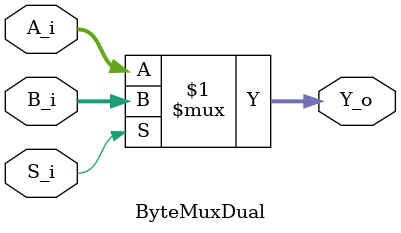
<source format=v>
module ByteMuxDual (
  (* intersynth_conntype = "Byte" *)
  input[7:0] A_i,
  (* intersynth_conntype = "Byte" *)
  input[7:0] B_i,
  (* intersynth_conntype = "Bit" *)
  input S_i,
  (* intersynth_conntype = "Byte" *)
  output[7:0] Y_o
);

assign     Y_o = S_i ? B_i : A_i;

endmodule

</source>
